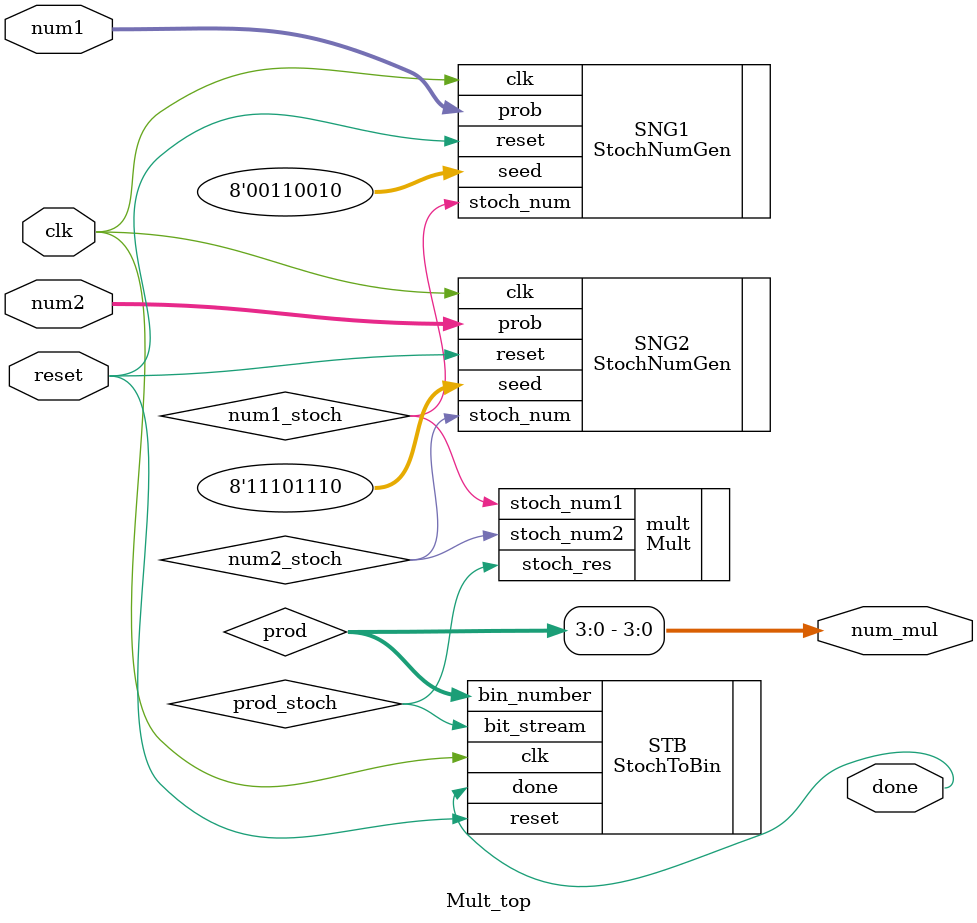
<source format=v>

module Mult_top (
    input clk,
    input reset,
    input [7:0] num1,
    input [7:0] num2,
    output [3:0] num_mul,
    output done
    );

    wire num1_stoch;
    wire num2_stoch;
    wire prod_stoch;
    wire [7:0] prod;


    // Generate num1, connect to RNG1
    StochNumGen SNG1(
        .clk                (clk),
        .reset              (reset),
        .seed               (8'd50),
        .prob               (num1),
        .stoch_num          (num1_stoch)
    );

    // Generate num2, connect to RNG2
    StochNumGen SNG2(
        .clk                (clk),
        .reset              (reset),
        .seed               (8'd238),
        .prob               (num2),
        .stoch_num          (num2_stoch)
    );

    // Multiply using AND gate
    Mult mult(
        .stoch_num1         (num1_stoch),
        .stoch_num2         (num2_stoch),
        .stoch_res          (prod_stoch)
    );

    // Convert to binary non-stochastic
    StochToBin STB (
        .clk                (clk),
        .reset              (reset),
        .bit_stream         (prod_stoch),
        .bin_number         (prod),
        .done               (done)
    );

    assign num_mul = prod;

endmodule

</source>
